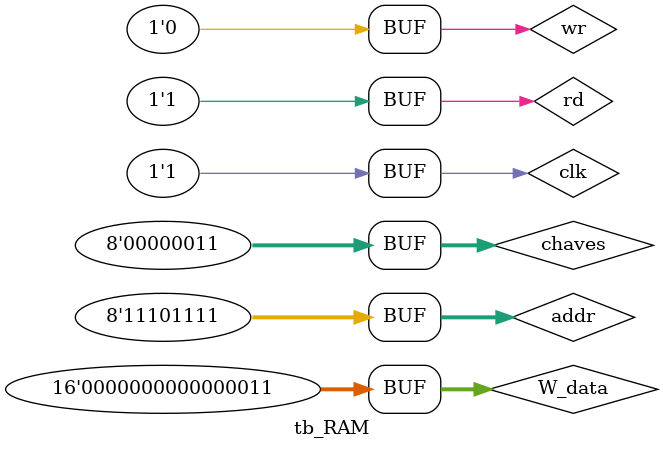
<source format=sv>

module tb_RAM();

    logic [15:0] W_data;
    logic [7:0] addr;
    logic wr;
    logic rd;
    logic [7:0]chaves;
    logic clk;
    logic [7:0]leds;
    logic [15:0] R_data;

    RAM sim(W_data,addr,wr,rd,chaves,clk,leds,R_data);

      // generate clock to sequence tests
    always
      begin
        clk <= 0; # 5; clk <= 1; # 5;
      end

    initial begin

    W_data = 7; wr = 1; addr = 1; #10;
    W_data = 15; wr = 1; addr = 2; #10;
    W_data = 3; wr = 1; addr = 3; #10;
    wr=0;
    rd=1; addr = 1; #10;
    rd=1; addr = 2; #10;
    rd=1; addr = 3; #10;
    rd=0;

    chaves = 3; rd=1; addr = 240; #10;
    addr = 241; #10; addr=239; #10;




    end

endmodule

</source>
